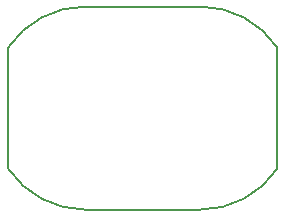
<source format=gbr>
%TF.GenerationSoftware,KiCad,Pcbnew,7.0.2*%
%TF.CreationDate,2023-10-04T16:53:15-06:00*%
%TF.ProjectId,igloo31,69676c6f-6f33-4312-9e6b-696361645f70,rev?*%
%TF.SameCoordinates,Original*%
%TF.FileFunction,Profile,NP*%
%FSLAX46Y46*%
G04 Gerber Fmt 4.6, Leading zero omitted, Abs format (unit mm)*
G04 Created by KiCad (PCBNEW 7.0.2) date 2023-10-04 16:53:15*
%MOMM*%
%LPD*%
G01*
G04 APERTURE LIST*
%TA.AperFunction,Profile*%
%ADD10C,0.200000*%
%TD*%
G04 APERTURE END LIST*
D10*
X-4850000Y-8600000D02*
X4850000Y-8600000D01*
X-4850000Y8600000D02*
X4850000Y8600000D01*
X11407800Y5110000D02*
X11407800Y-5110000D01*
X-11407800Y5110000D02*
X-11407800Y-5110000D01*
X-11407800Y-5110000D02*
G75*
G03*
X-4850000Y-8600000I6557799J4416136D01*
G01*
X-4850000Y8599999D02*
G75*
G03*
X-11407799Y5109999I-1J-7906135D01*
G01*
X11407801Y5110001D02*
G75*
G03*
X4850000Y8600000I-6557801J-4416141D01*
G01*
X4850000Y-8599998D02*
G75*
G03*
X11407799Y-5109999I0J7906138D01*
G01*
M02*

</source>
